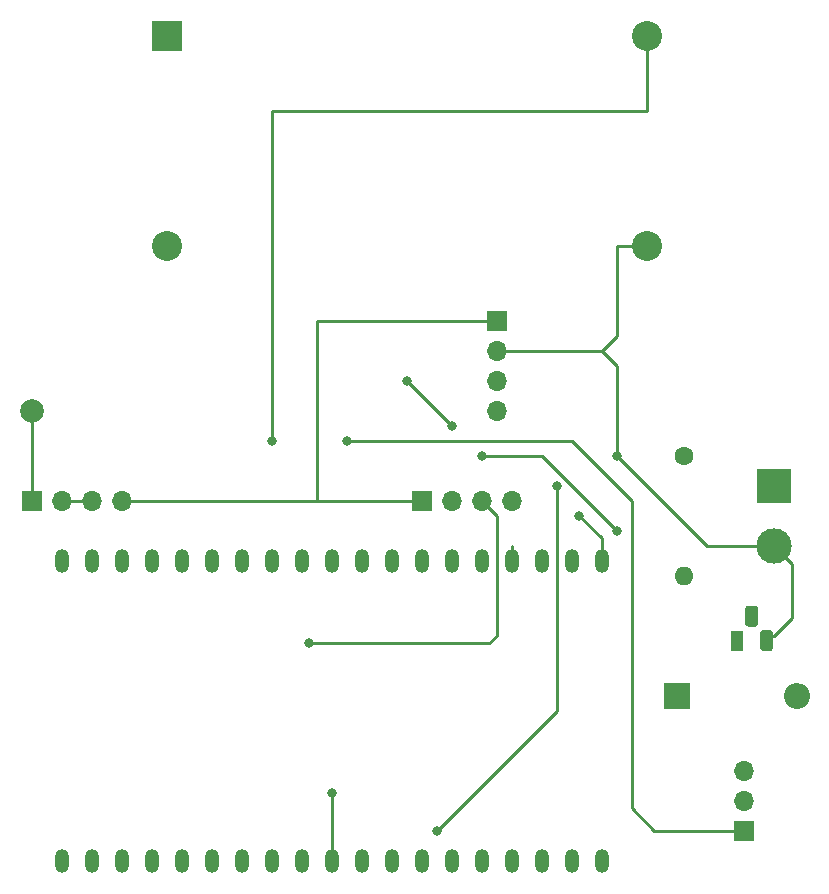
<source format=gbr>
G04 #@! TF.GenerationSoftware,KiCad,Pcbnew,(5.1.6-0)*
G04 #@! TF.CreationDate,2022-05-24T21:55:46+02:00*
G04 #@! TF.ProjectId,ESP32EvoPilotRemote,45535033-3245-4766-9f50-696c6f745265,rev?*
G04 #@! TF.SameCoordinates,Original*
G04 #@! TF.FileFunction,Copper,L2,Bot*
G04 #@! TF.FilePolarity,Positive*
%FSLAX46Y46*%
G04 Gerber Fmt 4.6, Leading zero omitted, Abs format (unit mm)*
G04 Created by KiCad (PCBNEW (5.1.6-0)) date 2022-05-24 21:55:46*
%MOMM*%
%LPD*%
G01*
G04 APERTURE LIST*
G04 #@! TA.AperFunction,ComponentPad*
%ADD10C,2.540000*%
G04 #@! TD*
G04 #@! TA.AperFunction,ComponentPad*
%ADD11R,2.540000X2.540000*%
G04 #@! TD*
G04 #@! TA.AperFunction,ComponentPad*
%ADD12O,1.200000X2.000000*%
G04 #@! TD*
G04 #@! TA.AperFunction,ComponentPad*
%ADD13C,3.000000*%
G04 #@! TD*
G04 #@! TA.AperFunction,ComponentPad*
%ADD14R,3.000000X3.000000*%
G04 #@! TD*
G04 #@! TA.AperFunction,ComponentPad*
%ADD15R,1.100000X1.800000*%
G04 #@! TD*
G04 #@! TA.AperFunction,ComponentPad*
%ADD16O,1.700000X1.700000*%
G04 #@! TD*
G04 #@! TA.AperFunction,ComponentPad*
%ADD17R,1.700000X1.700000*%
G04 #@! TD*
G04 #@! TA.AperFunction,ComponentPad*
%ADD18O,2.200000X2.200000*%
G04 #@! TD*
G04 #@! TA.AperFunction,ComponentPad*
%ADD19R,2.200000X2.200000*%
G04 #@! TD*
G04 #@! TA.AperFunction,ComponentPad*
%ADD20C,2.000000*%
G04 #@! TD*
G04 #@! TA.AperFunction,ComponentPad*
%ADD21O,1.600000X1.600000*%
G04 #@! TD*
G04 #@! TA.AperFunction,ComponentPad*
%ADD22C,1.600000*%
G04 #@! TD*
G04 #@! TA.AperFunction,ViaPad*
%ADD23C,0.800000*%
G04 #@! TD*
G04 #@! TA.AperFunction,Conductor*
%ADD24C,0.250000*%
G04 #@! TD*
G04 APERTURE END LIST*
D10*
X118110000Y-91440000D03*
X118110000Y-73660000D03*
X77470000Y-91440000D03*
D11*
X77470000Y-73660000D03*
D12*
X68580000Y-118110000D03*
X68580000Y-143510000D03*
X71120000Y-118110000D03*
X71120000Y-143510000D03*
X73660000Y-118110000D03*
X73660000Y-143510000D03*
X76200000Y-118110000D03*
X76200000Y-143510000D03*
X78740000Y-118110000D03*
X78740000Y-143510000D03*
X81280000Y-118110000D03*
X81280000Y-143510000D03*
X83820000Y-118110000D03*
X83820000Y-143510000D03*
X86360000Y-118110000D03*
X86360000Y-143510000D03*
X88900000Y-118110000D03*
X88900000Y-143510000D03*
X91440000Y-118110000D03*
X91440000Y-143510000D03*
X93980000Y-118110000D03*
X93980000Y-143510000D03*
X96520000Y-118110000D03*
X96520000Y-143510000D03*
X99060000Y-118110000D03*
X99060000Y-143510000D03*
X101600000Y-118110000D03*
X101600000Y-143510000D03*
X104140000Y-118110000D03*
X104140000Y-143510000D03*
X106680000Y-118110000D03*
X106680000Y-143510000D03*
X109220000Y-118110000D03*
X109220000Y-143510000D03*
X111760000Y-118110000D03*
X111760000Y-143510000D03*
X114300000Y-118110000D03*
X114300000Y-143510000D03*
D13*
X128905000Y-116840000D03*
D14*
X128905000Y-111760000D03*
D15*
X125730000Y-124860000D03*
G04 #@! TA.AperFunction,ComponentPad*
G36*
G01*
X127720000Y-125485000D02*
X127720000Y-124235000D01*
G75*
G02*
X127995000Y-123960000I275000J0D01*
G01*
X128545000Y-123960000D01*
G75*
G02*
X128820000Y-124235000I0J-275000D01*
G01*
X128820000Y-125485000D01*
G75*
G02*
X128545000Y-125760000I-275000J0D01*
G01*
X127995000Y-125760000D01*
G75*
G02*
X127720000Y-125485000I0J275000D01*
G01*
G37*
G04 #@! TD.AperFunction*
G04 #@! TA.AperFunction,ComponentPad*
G36*
G01*
X126450000Y-123415000D02*
X126450000Y-122165000D01*
G75*
G02*
X126725000Y-121890000I275000J0D01*
G01*
X127275000Y-121890000D01*
G75*
G02*
X127550000Y-122165000I0J-275000D01*
G01*
X127550000Y-123415000D01*
G75*
G02*
X127275000Y-123690000I-275000J0D01*
G01*
X126725000Y-123690000D01*
G75*
G02*
X126450000Y-123415000I0J275000D01*
G01*
G37*
G04 #@! TD.AperFunction*
D16*
X126365000Y-135890000D03*
X126365000Y-138430000D03*
D17*
X126365000Y-140970000D03*
D16*
X106680000Y-113030000D03*
X104140000Y-113030000D03*
X101600000Y-113030000D03*
D17*
X99060000Y-113030000D03*
X66040000Y-113030000D03*
D16*
X68580000Y-113030000D03*
X71120000Y-113030000D03*
X73660000Y-113030000D03*
X105410000Y-105410000D03*
X105410000Y-102870000D03*
X105410000Y-100330000D03*
D17*
X105410000Y-97790000D03*
D18*
X130810000Y-129540000D03*
D19*
X120650000Y-129540000D03*
D20*
X66040000Y-105410000D03*
D21*
X121285000Y-119380000D03*
D22*
X121285000Y-109220000D03*
D23*
X89535000Y-125095000D03*
X92710000Y-107950000D03*
X86360000Y-107950000D03*
X97790000Y-102870000D03*
X101600000Y-106680000D03*
X104140000Y-109220000D03*
X115570000Y-115570000D03*
X112395000Y-114300000D03*
X115570000Y-109220000D03*
X91440000Y-137795000D03*
X110490000Y-111760000D03*
X100330000Y-140970000D03*
D24*
X89535000Y-125095000D02*
X104775000Y-125095000D01*
X104775000Y-125095000D02*
X105410000Y-124460000D01*
X105410000Y-114300000D02*
X104140000Y-113030000D01*
X105410000Y-124460000D02*
X105410000Y-114300000D01*
X106680000Y-116840000D02*
X106680000Y-118110000D01*
X100768161Y-107950000D02*
X92710000Y-107950000D01*
X118745000Y-140970000D02*
X126365000Y-140970000D01*
X116840000Y-139065000D02*
X118745000Y-140970000D01*
X116840000Y-113030000D02*
X116840000Y-139065000D01*
X100330000Y-107950000D02*
X111760000Y-107950000D01*
X111760000Y-107950000D02*
X116840000Y-113030000D01*
X86360000Y-107950000D02*
X86360000Y-80010000D01*
X86360000Y-80010000D02*
X118110000Y-80010000D01*
X118110000Y-80010000D02*
X118110000Y-73660000D01*
X97790000Y-102870000D02*
X101600000Y-106680000D01*
X104140000Y-109220000D02*
X109220000Y-109220000D01*
X109220000Y-109220000D02*
X115570000Y-115570000D01*
X105410000Y-97790000D02*
X90170000Y-97790000D01*
X90170000Y-97790000D02*
X90170000Y-113030000D01*
X73660000Y-113030000D02*
X90170000Y-113030000D01*
X90170000Y-113030000D02*
X99060000Y-113030000D01*
X114300000Y-118110000D02*
X114300000Y-116205000D01*
X114300000Y-116205000D02*
X112395000Y-114300000D01*
X68580000Y-113030000D02*
X71120000Y-113030000D01*
X123190000Y-116840000D02*
X128905000Y-116840000D01*
X115570000Y-109220000D02*
X123190000Y-116840000D01*
X130404999Y-118339999D02*
X130404999Y-122960001D01*
X128905000Y-116840000D02*
X130404999Y-118339999D01*
X128905000Y-124460000D02*
X128270000Y-124460000D01*
X130404999Y-122960001D02*
X128905000Y-124460000D01*
X115570000Y-109220000D02*
X115570000Y-101600000D01*
X115570000Y-101600000D02*
X114300000Y-100330000D01*
X114300000Y-100330000D02*
X105410000Y-100330000D01*
X114300000Y-100330000D02*
X115570000Y-99060000D01*
X115570000Y-91440000D02*
X115570000Y-99060000D01*
X115570000Y-91440000D02*
X118110000Y-91440000D01*
X91440000Y-143510000D02*
X91440000Y-142260000D01*
X91440000Y-142260000D02*
X91440000Y-137795000D01*
X110490000Y-111760000D02*
X110490000Y-121920000D01*
X110490000Y-130810000D02*
X100330000Y-140970000D01*
X110490000Y-121920000D02*
X110490000Y-130810000D01*
X66040000Y-105410000D02*
X66040000Y-113030000D01*
M02*

</source>
